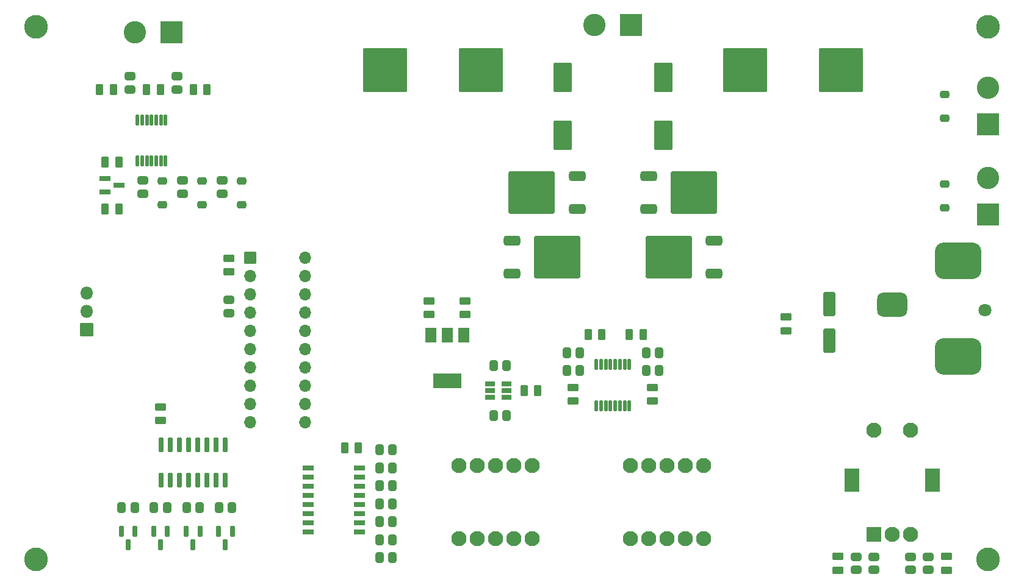
<source format=gbr>
%TF.GenerationSoftware,KiCad,Pcbnew,7.0.8*%
%TF.CreationDate,2023-12-05T22:14:16-08:00*%
%TF.ProjectId,Proofer_Project,50726f6f-6665-4725-9f50-726f6a656374,rev?*%
%TF.SameCoordinates,Original*%
%TF.FileFunction,Soldermask,Top*%
%TF.FilePolarity,Negative*%
%FSLAX46Y46*%
G04 Gerber Fmt 4.6, Leading zero omitted, Abs format (unit mm)*
G04 Created by KiCad (PCBNEW 7.0.8) date 2023-12-05 22:14:16*
%MOMM*%
%LPD*%
G01*
G04 APERTURE LIST*
G04 Aperture macros list*
%AMRoundRect*
0 Rectangle with rounded corners*
0 $1 Rounding radius*
0 $2 $3 $4 $5 $6 $7 $8 $9 X,Y pos of 4 corners*
0 Add a 4 corners polygon primitive as box body*
4,1,4,$2,$3,$4,$5,$6,$7,$8,$9,$2,$3,0*
0 Add four circle primitives for the rounded corners*
1,1,$1+$1,$2,$3*
1,1,$1+$1,$4,$5*
1,1,$1+$1,$6,$7*
1,1,$1+$1,$8,$9*
0 Add four rect primitives between the rounded corners*
20,1,$1+$1,$2,$3,$4,$5,0*
20,1,$1+$1,$4,$5,$6,$7,0*
20,1,$1+$1,$6,$7,$8,$9,0*
20,1,$1+$1,$8,$9,$2,$3,0*%
G04 Aperture macros list end*
%ADD10RoundRect,0.275000X0.375000X-0.225000X0.375000X0.225000X-0.375000X0.225000X-0.375000X-0.225000X0*%
%ADD11RoundRect,0.050000X1.500000X1.500000X-1.500000X1.500000X-1.500000X-1.500000X1.500000X-1.500000X0*%
%ADD12C,3.100000*%
%ADD13RoundRect,0.200000X-0.150000X0.587500X-0.150000X-0.587500X0.150000X-0.587500X0.150000X0.587500X0*%
%ADD14RoundRect,0.300000X-1.000000X1.750000X-1.000000X-1.750000X1.000000X-1.750000X1.000000X1.750000X0*%
%ADD15RoundRect,0.050000X1.500000X-1.500000X1.500000X1.500000X-1.500000X1.500000X-1.500000X-1.500000X0*%
%ADD16RoundRect,0.050000X1.000000X-1.000000X1.000000X1.000000X-1.000000X1.000000X-1.000000X-1.000000X0*%
%ADD17C,2.100000*%
%ADD18RoundRect,0.050000X1.000000X-1.600000X1.000000X1.600000X-1.000000X1.600000X-1.000000X-1.600000X0*%
%ADD19RoundRect,0.200000X0.150000X-0.825000X0.150000X0.825000X-0.150000X0.825000X-0.150000X-0.825000X0*%
%ADD20O,1.800000X1.800000*%
%ADD21RoundRect,0.050000X0.850000X0.850000X-0.850000X0.850000X-0.850000X-0.850000X0.850000X-0.850000X0*%
%ADD22RoundRect,0.300000X-0.475000X0.250000X-0.475000X-0.250000X0.475000X-0.250000X0.475000X0.250000X0*%
%ADD23RoundRect,0.300000X-0.550000X1.412500X-0.550000X-1.412500X0.550000X-1.412500X0.550000X1.412500X0*%
%ADD24RoundRect,0.300000X-0.250000X-0.475000X0.250000X-0.475000X0.250000X0.475000X-0.250000X0.475000X0*%
%ADD25RoundRect,0.300000X0.250000X0.475000X-0.250000X0.475000X-0.250000X-0.475000X0.250000X-0.475000X0*%
%ADD26RoundRect,0.050000X3.000000X3.000000X-3.000000X3.000000X-3.000000X-3.000000X3.000000X-3.000000X0*%
%ADD27RoundRect,0.300000X0.475000X-0.250000X0.475000X0.250000X-0.475000X0.250000X-0.475000X-0.250000X0*%
%ADD28RoundRect,0.300000X0.450000X-0.262500X0.450000X0.262500X-0.450000X0.262500X-0.450000X-0.262500X0*%
%ADD29RoundRect,0.300000X-0.262500X-0.450000X0.262500X-0.450000X0.262500X0.450000X-0.262500X0.450000X0*%
%ADD30RoundRect,0.300000X0.262500X0.450000X-0.262500X0.450000X-0.262500X-0.450000X0.262500X-0.450000X0*%
%ADD31RoundRect,0.300000X-0.450000X0.262500X-0.450000X-0.262500X0.450000X-0.262500X0.450000X0.262500X0*%
%ADD32O,1.700000X1.700000*%
%ADD33RoundRect,0.050000X-0.800000X-0.800000X0.800000X-0.800000X0.800000X0.800000X-0.800000X0.800000X0*%
%ADD34RoundRect,0.200000X-0.587500X-0.150000X0.587500X-0.150000X0.587500X0.150000X-0.587500X0.150000X0*%
%ADD35RoundRect,0.150000X-0.100000X0.637500X-0.100000X-0.637500X0.100000X-0.637500X0.100000X0.637500X0*%
%ADD36C,3.300000*%
%ADD37RoundRect,0.300000X-0.850000X-0.350000X0.850000X-0.350000X0.850000X0.350000X-0.850000X0.350000X0*%
%ADD38RoundRect,0.299997X-2.950003X-2.650003X2.950003X-2.650003X2.950003X2.650003X-2.950003X2.650003X0*%
%ADD39RoundRect,0.200000X-0.512500X-0.150000X0.512500X-0.150000X0.512500X0.150000X-0.512500X0.150000X0*%
%ADD40RoundRect,0.300000X0.850000X0.350000X-0.850000X0.350000X-0.850000X-0.350000X0.850000X-0.350000X0*%
%ADD41RoundRect,0.299997X2.950003X2.650003X-2.950003X2.650003X-2.950003X-2.650003X2.950003X-2.650003X0*%
%ADD42RoundRect,0.050000X-1.900000X1.000000X-1.900000X-1.000000X1.900000X-1.000000X1.900000X1.000000X0*%
%ADD43RoundRect,0.050000X-0.750000X1.000000X-0.750000X-1.000000X0.750000X-1.000000X0.750000X1.000000X0*%
%ADD44C,1.800000*%
%ADD45RoundRect,0.875000X1.205000X0.825000X-1.205000X0.825000X-1.205000X-0.825000X1.205000X-0.825000X0*%
%ADD46RoundRect,1.300000X1.925000X1.250000X-1.925000X1.250000X-1.925000X-1.250000X1.925000X-1.250000X0*%
%ADD47RoundRect,0.050000X-0.750000X-0.300000X0.750000X-0.300000X0.750000X0.300000X-0.750000X0.300000X0*%
%ADD48RoundRect,0.150000X0.100000X-0.637500X0.100000X0.637500X-0.100000X0.637500X-0.100000X-0.637500X0*%
G04 APERTURE END LIST*
D10*
%TO.C,D8*%
X177000000Y-31650000D03*
X177000000Y-28350000D03*
%TD*%
%TO.C,D7*%
X177000000Y-44150000D03*
X177000000Y-40850000D03*
%TD*%
D11*
%TO.C,J7*%
X69790000Y-19750000D03*
D12*
X64710000Y-19750000D03*
%TD*%
D13*
%TO.C,Q27*%
X78200000Y-89062500D03*
X76300000Y-89062500D03*
X77250000Y-90937500D03*
%TD*%
%TO.C,Q28*%
X73700000Y-89062500D03*
X71800000Y-89062500D03*
X72750000Y-90937500D03*
%TD*%
%TO.C,Q11*%
X69200000Y-89062500D03*
X67300000Y-89062500D03*
X68250000Y-90937500D03*
%TD*%
%TO.C,Q26*%
X64700000Y-89062500D03*
X62800000Y-89062500D03*
X63750000Y-90937500D03*
%TD*%
D14*
%TO.C,C5*%
X124000000Y-26000000D03*
X124000000Y-34000000D03*
%TD*%
%TO.C,C4*%
X138000000Y-26000000D03*
X138000000Y-34000000D03*
%TD*%
D11*
%TO.C,J1*%
X133540000Y-18750000D03*
D12*
X128460000Y-18750000D03*
%TD*%
D15*
%TO.C,J2*%
X183000000Y-45040000D03*
D12*
X183000000Y-39960000D03*
%TD*%
D15*
%TO.C,J3*%
X183000000Y-32540000D03*
D12*
X183000000Y-27460000D03*
%TD*%
D16*
%TO.C,SW1*%
X167250000Y-89500000D03*
D17*
X172250000Y-89500000D03*
X169750000Y-89500000D03*
D18*
X175350000Y-82000000D03*
X164150000Y-82000000D03*
D17*
X172250000Y-75000000D03*
X167250000Y-75000000D03*
%TD*%
D19*
%TO.C,U2*%
X68305000Y-81975000D03*
X69575000Y-81975000D03*
X70845000Y-81975000D03*
X72115000Y-81975000D03*
X73385000Y-81975000D03*
X74655000Y-81975000D03*
X75925000Y-81975000D03*
X77195000Y-81975000D03*
X77195000Y-77025000D03*
X75925000Y-77025000D03*
X74655000Y-77025000D03*
X73385000Y-77025000D03*
X72115000Y-77025000D03*
X70845000Y-77025000D03*
X69575000Y-77025000D03*
X68305000Y-77025000D03*
%TD*%
D20*
%TO.C,J5*%
X58000000Y-55960000D03*
X58000000Y-58500000D03*
D21*
X58000000Y-61040000D03*
%TD*%
D22*
%TO.C,C14*%
X155000000Y-59300000D03*
X155000000Y-61200000D03*
%TD*%
D23*
%TO.C,C18*%
X161000000Y-57462500D03*
X161000000Y-62537500D03*
%TD*%
D24*
%TO.C,C22*%
X133300000Y-61750000D03*
X135200000Y-61750000D03*
%TD*%
D25*
%TO.C,C17*%
X129450000Y-61750000D03*
X127550000Y-61750000D03*
%TD*%
D22*
%TO.C,C1*%
X77750000Y-51125000D03*
X77750000Y-53025000D03*
%TD*%
D25*
%TO.C,C6*%
X95700000Y-77500000D03*
X93800000Y-77500000D03*
%TD*%
D26*
%TO.C,L1*%
X162650000Y-25000000D03*
X149350000Y-25000000D03*
%TD*%
%TO.C,L2*%
X112650000Y-25000000D03*
X99350000Y-25000000D03*
%TD*%
D27*
%TO.C,C9*%
X110500000Y-58950000D03*
X110500000Y-57050000D03*
%TD*%
%TO.C,C10*%
X105500000Y-58950000D03*
X105500000Y-57050000D03*
%TD*%
D28*
%TO.C,R11*%
X77750000Y-56912500D03*
X77750000Y-58737500D03*
%TD*%
D29*
%TO.C,R15*%
X98587500Y-82750000D03*
X100412500Y-82750000D03*
%TD*%
%TO.C,R16*%
X98587500Y-85250000D03*
X100412500Y-85250000D03*
%TD*%
%TO.C,R17*%
X98587500Y-87750000D03*
X100412500Y-87750000D03*
%TD*%
%TO.C,R18*%
X98587500Y-90250000D03*
X100412500Y-90250000D03*
%TD*%
%TO.C,R19*%
X98587500Y-92750000D03*
X100412500Y-92750000D03*
%TD*%
%TO.C,R20*%
X98587500Y-77750000D03*
X100412500Y-77750000D03*
%TD*%
%TO.C,R21*%
X98587500Y-80250000D03*
X100412500Y-80250000D03*
%TD*%
D30*
%TO.C,R22*%
X67337500Y-85750000D03*
X69162500Y-85750000D03*
%TD*%
%TO.C,R23*%
X62837500Y-85750000D03*
X64662500Y-85750000D03*
%TD*%
%TO.C,R24*%
X76337500Y-85750000D03*
X78162500Y-85750000D03*
%TD*%
%TO.C,R25*%
X71837500Y-85750000D03*
X73662500Y-85750000D03*
%TD*%
D22*
%TO.C,C2*%
X177250000Y-92550000D03*
X177250000Y-94450000D03*
%TD*%
%TO.C,C3*%
X162250000Y-94450000D03*
X162250000Y-92550000D03*
%TD*%
D28*
%TO.C,R1*%
X174750000Y-94412500D03*
X174750000Y-92587500D03*
%TD*%
D31*
%TO.C,R4*%
X172250000Y-92587500D03*
X172250000Y-94412500D03*
%TD*%
%TO.C,R5*%
X167250000Y-92587500D03*
X167250000Y-94412500D03*
%TD*%
%TO.C,R10*%
X164750000Y-92587500D03*
X164750000Y-94412500D03*
%TD*%
%TO.C,R14*%
X70500000Y-25837500D03*
X70500000Y-27662500D03*
%TD*%
D24*
%TO.C,C16*%
X118662500Y-69500000D03*
X120562500Y-69500000D03*
%TD*%
D17*
%TO.C,U12*%
X133420000Y-90080000D03*
X135960000Y-90080000D03*
X138500000Y-90080000D03*
X141040000Y-90080000D03*
X143580000Y-90080000D03*
X143580000Y-79920000D03*
X141040000Y-79920000D03*
X138500000Y-79920000D03*
X135960000Y-79920000D03*
X133420000Y-79920000D03*
%TD*%
D32*
%TO.C,U10*%
X88320000Y-51075000D03*
X88320000Y-53615000D03*
X88320000Y-56155000D03*
X88320000Y-58695000D03*
X88320000Y-61235000D03*
X88320000Y-63775000D03*
X88320000Y-66315000D03*
X88320000Y-68855000D03*
X88320000Y-71395000D03*
X88320000Y-73935000D03*
X80700000Y-73935000D03*
X80700000Y-71395000D03*
X80700000Y-68855000D03*
X80700000Y-66315000D03*
X80700000Y-63775000D03*
X80700000Y-61235000D03*
X80700000Y-58695000D03*
X80700000Y-56155000D03*
X80700000Y-53615000D03*
D33*
X80700000Y-51075000D03*
%TD*%
D27*
%TO.C,C13*%
X68250000Y-73700000D03*
X68250000Y-71800000D03*
%TD*%
D34*
%TO.C,U3*%
X60562500Y-40050000D03*
X60562500Y-41950000D03*
X62437500Y-41000000D03*
%TD*%
D24*
%TO.C,C20*%
X59800000Y-27650000D03*
X61700000Y-27650000D03*
%TD*%
D35*
%TO.C,U1*%
X68950000Y-37612500D03*
X68300000Y-37612500D03*
X67650000Y-37612500D03*
X67000000Y-37612500D03*
X66350000Y-37612500D03*
X65700000Y-37612500D03*
X65050000Y-37612500D03*
X65050000Y-31887500D03*
X65700000Y-31887500D03*
X66350000Y-31887500D03*
X67000000Y-31887500D03*
X67650000Y-31887500D03*
X68300000Y-31887500D03*
X68950000Y-31887500D03*
%TD*%
D36*
%TO.C,H3*%
X51000000Y-93000000D03*
%TD*%
D37*
%TO.C,Q8*%
X135960000Y-39720000D03*
D38*
X142260000Y-42000000D03*
D37*
X135960000Y-44280000D03*
%TD*%
D29*
%TO.C,R26*%
X124587500Y-66750000D03*
X126412500Y-66750000D03*
%TD*%
D39*
%TO.C,U5*%
X113975000Y-68550000D03*
X113975000Y-69500000D03*
X113975000Y-70450000D03*
X116250000Y-70450000D03*
X116250000Y-69500000D03*
X116250000Y-68550000D03*
%TD*%
D10*
%TO.C,D4*%
X79500000Y-40350000D03*
X79500000Y-43650000D03*
%TD*%
D30*
%TO.C,R8*%
X116275000Y-73000000D03*
X114450000Y-73000000D03*
%TD*%
D31*
%TO.C,R13*%
X64000000Y-25837500D03*
X64000000Y-27662500D03*
%TD*%
D40*
%TO.C,Q10*%
X126040000Y-44280000D03*
D41*
X119740000Y-42000000D03*
D40*
X126040000Y-39720000D03*
%TD*%
%TO.C,Q1*%
X145040000Y-53280000D03*
D41*
X138740000Y-51000000D03*
D40*
X145040000Y-48720000D03*
%TD*%
D28*
%TO.C,R12*%
X65750000Y-42162500D03*
X65750000Y-40337500D03*
%TD*%
D10*
%TO.C,D5*%
X74000000Y-40350000D03*
X74000000Y-43650000D03*
%TD*%
D17*
%TO.C,U6*%
X109670000Y-90080000D03*
X112210000Y-90080000D03*
X114750000Y-90080000D03*
X117290000Y-90080000D03*
X119830000Y-90080000D03*
X119830000Y-79920000D03*
X117290000Y-79920000D03*
X114750000Y-79920000D03*
X112210000Y-79920000D03*
X109670000Y-79920000D03*
%TD*%
D27*
%TO.C,C8*%
X125500000Y-70950000D03*
X125500000Y-69050000D03*
%TD*%
D29*
%TO.C,R9*%
X114450000Y-66000000D03*
X116275000Y-66000000D03*
%TD*%
D28*
%TO.C,R7*%
X71250000Y-42162500D03*
X71250000Y-40337500D03*
%TD*%
D29*
%TO.C,R2*%
X135587500Y-66750000D03*
X137412500Y-66750000D03*
%TD*%
D42*
%TO.C,U9*%
X108000000Y-68150000D03*
D43*
X105700000Y-61850000D03*
X108000000Y-61850000D03*
X110300000Y-61850000D03*
%TD*%
D36*
%TO.C,H4*%
X183000000Y-93000000D03*
%TD*%
D37*
%TO.C,Q2*%
X116960000Y-48720000D03*
D38*
X123260000Y-51000000D03*
D37*
X116960000Y-53280000D03*
%TD*%
D28*
%TO.C,R6*%
X76750000Y-42162500D03*
X76750000Y-40337500D03*
%TD*%
D24*
%TO.C,C12*%
X60550000Y-37750000D03*
X62450000Y-37750000D03*
%TD*%
%TO.C,C11*%
X60550000Y-44250000D03*
X62450000Y-44250000D03*
%TD*%
D29*
%TO.C,R27*%
X124587500Y-64250000D03*
X126412500Y-64250000D03*
%TD*%
D22*
%TO.C,C7*%
X136500000Y-69050000D03*
X136500000Y-70950000D03*
%TD*%
D29*
%TO.C,R3*%
X135587500Y-64250000D03*
X137412500Y-64250000D03*
%TD*%
D25*
%TO.C,C19*%
X74700000Y-27650000D03*
X72800000Y-27650000D03*
%TD*%
%TO.C,C15*%
X68200000Y-27650000D03*
X66300000Y-27650000D03*
%TD*%
D36*
%TO.C,H1*%
X51000000Y-19000000D03*
%TD*%
D44*
%TO.C,J6*%
X182630200Y-58308100D03*
D45*
X169727000Y-57546100D03*
D46*
X178871000Y-64734300D03*
X178871000Y-51450100D03*
%TD*%
D47*
%TO.C,U4*%
X88700000Y-80305000D03*
X88700000Y-81575000D03*
X88700000Y-82845000D03*
X88700000Y-84115000D03*
X88700000Y-85385000D03*
X88700000Y-86655000D03*
X88700000Y-87925000D03*
X88700000Y-89195000D03*
X95800000Y-89195000D03*
X95800000Y-87925000D03*
X95800000Y-86655000D03*
X95800000Y-85385000D03*
X95800000Y-84115000D03*
X95800000Y-82845000D03*
X95800000Y-81575000D03*
X95800000Y-80305000D03*
%TD*%
D48*
%TO.C,U11*%
X128725000Y-65887500D03*
X129375000Y-65887500D03*
X130025000Y-65887500D03*
X130675000Y-65887500D03*
X131325000Y-65887500D03*
X131975000Y-65887500D03*
X132625000Y-65887500D03*
X133275000Y-65887500D03*
X133275000Y-71612500D03*
X132625000Y-71612500D03*
X131975000Y-71612500D03*
X131325000Y-71612500D03*
X130675000Y-71612500D03*
X130025000Y-71612500D03*
X129375000Y-71612500D03*
X128725000Y-71612500D03*
%TD*%
D10*
%TO.C,D3*%
X68500000Y-43650000D03*
X68500000Y-40350000D03*
%TD*%
D36*
%TO.C,H2*%
X183000000Y-19000000D03*
%TD*%
M02*

</source>
